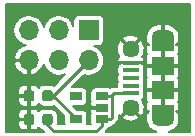
<source format=gbr>
G04 #@! TF.GenerationSoftware,KiCad,Pcbnew,(5.1.5-0-10_14)*
G04 #@! TF.CreationDate,2021-06-06T10:33:05-04:00*
G04 #@! TF.ProjectId,ESLO_USB_POWER,45534c4f-5f55-4534-925f-504f5745522e,rev?*
G04 #@! TF.SameCoordinates,Original*
G04 #@! TF.FileFunction,Copper,L1,Top*
G04 #@! TF.FilePolarity,Positive*
%FSLAX46Y46*%
G04 Gerber Fmt 4.6, Leading zero omitted, Abs format (unit mm)*
G04 Created by KiCad (PCBNEW (5.1.5-0-10_14)) date 2021-06-06 10:33:05*
%MOMM*%
%LPD*%
G04 APERTURE LIST*
%ADD10O,1.700000X1.700000*%
%ADD11R,1.700000X1.700000*%
%ADD12R,1.900000X1.200000*%
%ADD13O,1.900000X1.200000*%
%ADD14R,1.900000X1.500000*%
%ADD15C,1.450000*%
%ADD16R,1.350000X0.400000*%
%ADD17R,1.060000X0.650000*%
%ADD18C,0.100000*%
%ADD19C,0.250000*%
%ADD20C,0.200000*%
G04 APERTURE END LIST*
D10*
X111170000Y-92250000D03*
X111170000Y-89710000D03*
X113710000Y-92250000D03*
X113710000Y-89710000D03*
X116250000Y-92250000D03*
D11*
X116250000Y-89710000D03*
D12*
X122500000Y-96650000D03*
X122500000Y-90850000D03*
D13*
X122500000Y-90250000D03*
X122500000Y-97250000D03*
D14*
X122500000Y-94750000D03*
D15*
X119800000Y-91250000D03*
D16*
X119800000Y-93750000D03*
X119800000Y-93100000D03*
X119800000Y-92450000D03*
X119800000Y-95050000D03*
X119800000Y-94400000D03*
D15*
X119800000Y-96250000D03*
D14*
X122500000Y-92750000D03*
D17*
X115150000Y-97200000D03*
X115150000Y-95300000D03*
X117350000Y-95300000D03*
X117350000Y-96250000D03*
X117350000Y-97200000D03*
G04 #@! TA.AperFunction,SMDPad,CuDef*
D18*
G36*
X111415191Y-94776053D02*
G01*
X111436426Y-94779203D01*
X111457250Y-94784419D01*
X111477462Y-94791651D01*
X111496868Y-94800830D01*
X111515281Y-94811866D01*
X111532524Y-94824654D01*
X111548430Y-94839070D01*
X111562846Y-94854976D01*
X111575634Y-94872219D01*
X111586670Y-94890632D01*
X111595849Y-94910038D01*
X111603081Y-94930250D01*
X111608297Y-94951074D01*
X111611447Y-94972309D01*
X111612500Y-94993750D01*
X111612500Y-95506250D01*
X111611447Y-95527691D01*
X111608297Y-95548926D01*
X111603081Y-95569750D01*
X111595849Y-95589962D01*
X111586670Y-95609368D01*
X111575634Y-95627781D01*
X111562846Y-95645024D01*
X111548430Y-95660930D01*
X111532524Y-95675346D01*
X111515281Y-95688134D01*
X111496868Y-95699170D01*
X111477462Y-95708349D01*
X111457250Y-95715581D01*
X111436426Y-95720797D01*
X111415191Y-95723947D01*
X111393750Y-95725000D01*
X110956250Y-95725000D01*
X110934809Y-95723947D01*
X110913574Y-95720797D01*
X110892750Y-95715581D01*
X110872538Y-95708349D01*
X110853132Y-95699170D01*
X110834719Y-95688134D01*
X110817476Y-95675346D01*
X110801570Y-95660930D01*
X110787154Y-95645024D01*
X110774366Y-95627781D01*
X110763330Y-95609368D01*
X110754151Y-95589962D01*
X110746919Y-95569750D01*
X110741703Y-95548926D01*
X110738553Y-95527691D01*
X110737500Y-95506250D01*
X110737500Y-94993750D01*
X110738553Y-94972309D01*
X110741703Y-94951074D01*
X110746919Y-94930250D01*
X110754151Y-94910038D01*
X110763330Y-94890632D01*
X110774366Y-94872219D01*
X110787154Y-94854976D01*
X110801570Y-94839070D01*
X110817476Y-94824654D01*
X110834719Y-94811866D01*
X110853132Y-94800830D01*
X110872538Y-94791651D01*
X110892750Y-94784419D01*
X110913574Y-94779203D01*
X110934809Y-94776053D01*
X110956250Y-94775000D01*
X111393750Y-94775000D01*
X111415191Y-94776053D01*
G37*
G04 #@! TD.AperFunction*
G04 #@! TA.AperFunction,SMDPad,CuDef*
G36*
X112990191Y-94776053D02*
G01*
X113011426Y-94779203D01*
X113032250Y-94784419D01*
X113052462Y-94791651D01*
X113071868Y-94800830D01*
X113090281Y-94811866D01*
X113107524Y-94824654D01*
X113123430Y-94839070D01*
X113137846Y-94854976D01*
X113150634Y-94872219D01*
X113161670Y-94890632D01*
X113170849Y-94910038D01*
X113178081Y-94930250D01*
X113183297Y-94951074D01*
X113186447Y-94972309D01*
X113187500Y-94993750D01*
X113187500Y-95506250D01*
X113186447Y-95527691D01*
X113183297Y-95548926D01*
X113178081Y-95569750D01*
X113170849Y-95589962D01*
X113161670Y-95609368D01*
X113150634Y-95627781D01*
X113137846Y-95645024D01*
X113123430Y-95660930D01*
X113107524Y-95675346D01*
X113090281Y-95688134D01*
X113071868Y-95699170D01*
X113052462Y-95708349D01*
X113032250Y-95715581D01*
X113011426Y-95720797D01*
X112990191Y-95723947D01*
X112968750Y-95725000D01*
X112531250Y-95725000D01*
X112509809Y-95723947D01*
X112488574Y-95720797D01*
X112467750Y-95715581D01*
X112447538Y-95708349D01*
X112428132Y-95699170D01*
X112409719Y-95688134D01*
X112392476Y-95675346D01*
X112376570Y-95660930D01*
X112362154Y-95645024D01*
X112349366Y-95627781D01*
X112338330Y-95609368D01*
X112329151Y-95589962D01*
X112321919Y-95569750D01*
X112316703Y-95548926D01*
X112313553Y-95527691D01*
X112312500Y-95506250D01*
X112312500Y-94993750D01*
X112313553Y-94972309D01*
X112316703Y-94951074D01*
X112321919Y-94930250D01*
X112329151Y-94910038D01*
X112338330Y-94890632D01*
X112349366Y-94872219D01*
X112362154Y-94854976D01*
X112376570Y-94839070D01*
X112392476Y-94824654D01*
X112409719Y-94811866D01*
X112428132Y-94800830D01*
X112447538Y-94791651D01*
X112467750Y-94784419D01*
X112488574Y-94779203D01*
X112509809Y-94776053D01*
X112531250Y-94775000D01*
X112968750Y-94775000D01*
X112990191Y-94776053D01*
G37*
G04 #@! TD.AperFunction*
G04 #@! TA.AperFunction,SMDPad,CuDef*
G36*
X111415191Y-96776053D02*
G01*
X111436426Y-96779203D01*
X111457250Y-96784419D01*
X111477462Y-96791651D01*
X111496868Y-96800830D01*
X111515281Y-96811866D01*
X111532524Y-96824654D01*
X111548430Y-96839070D01*
X111562846Y-96854976D01*
X111575634Y-96872219D01*
X111586670Y-96890632D01*
X111595849Y-96910038D01*
X111603081Y-96930250D01*
X111608297Y-96951074D01*
X111611447Y-96972309D01*
X111612500Y-96993750D01*
X111612500Y-97506250D01*
X111611447Y-97527691D01*
X111608297Y-97548926D01*
X111603081Y-97569750D01*
X111595849Y-97589962D01*
X111586670Y-97609368D01*
X111575634Y-97627781D01*
X111562846Y-97645024D01*
X111548430Y-97660930D01*
X111532524Y-97675346D01*
X111515281Y-97688134D01*
X111496868Y-97699170D01*
X111477462Y-97708349D01*
X111457250Y-97715581D01*
X111436426Y-97720797D01*
X111415191Y-97723947D01*
X111393750Y-97725000D01*
X110956250Y-97725000D01*
X110934809Y-97723947D01*
X110913574Y-97720797D01*
X110892750Y-97715581D01*
X110872538Y-97708349D01*
X110853132Y-97699170D01*
X110834719Y-97688134D01*
X110817476Y-97675346D01*
X110801570Y-97660930D01*
X110787154Y-97645024D01*
X110774366Y-97627781D01*
X110763330Y-97609368D01*
X110754151Y-97589962D01*
X110746919Y-97569750D01*
X110741703Y-97548926D01*
X110738553Y-97527691D01*
X110737500Y-97506250D01*
X110737500Y-96993750D01*
X110738553Y-96972309D01*
X110741703Y-96951074D01*
X110746919Y-96930250D01*
X110754151Y-96910038D01*
X110763330Y-96890632D01*
X110774366Y-96872219D01*
X110787154Y-96854976D01*
X110801570Y-96839070D01*
X110817476Y-96824654D01*
X110834719Y-96811866D01*
X110853132Y-96800830D01*
X110872538Y-96791651D01*
X110892750Y-96784419D01*
X110913574Y-96779203D01*
X110934809Y-96776053D01*
X110956250Y-96775000D01*
X111393750Y-96775000D01*
X111415191Y-96776053D01*
G37*
G04 #@! TD.AperFunction*
G04 #@! TA.AperFunction,SMDPad,CuDef*
G36*
X112990191Y-96776053D02*
G01*
X113011426Y-96779203D01*
X113032250Y-96784419D01*
X113052462Y-96791651D01*
X113071868Y-96800830D01*
X113090281Y-96811866D01*
X113107524Y-96824654D01*
X113123430Y-96839070D01*
X113137846Y-96854976D01*
X113150634Y-96872219D01*
X113161670Y-96890632D01*
X113170849Y-96910038D01*
X113178081Y-96930250D01*
X113183297Y-96951074D01*
X113186447Y-96972309D01*
X113187500Y-96993750D01*
X113187500Y-97506250D01*
X113186447Y-97527691D01*
X113183297Y-97548926D01*
X113178081Y-97569750D01*
X113170849Y-97589962D01*
X113161670Y-97609368D01*
X113150634Y-97627781D01*
X113137846Y-97645024D01*
X113123430Y-97660930D01*
X113107524Y-97675346D01*
X113090281Y-97688134D01*
X113071868Y-97699170D01*
X113052462Y-97708349D01*
X113032250Y-97715581D01*
X113011426Y-97720797D01*
X112990191Y-97723947D01*
X112968750Y-97725000D01*
X112531250Y-97725000D01*
X112509809Y-97723947D01*
X112488574Y-97720797D01*
X112467750Y-97715581D01*
X112447538Y-97708349D01*
X112428132Y-97699170D01*
X112409719Y-97688134D01*
X112392476Y-97675346D01*
X112376570Y-97660930D01*
X112362154Y-97645024D01*
X112349366Y-97627781D01*
X112338330Y-97609368D01*
X112329151Y-97589962D01*
X112321919Y-97569750D01*
X112316703Y-97548926D01*
X112313553Y-97527691D01*
X112312500Y-97506250D01*
X112312500Y-96993750D01*
X112313553Y-96972309D01*
X112316703Y-96951074D01*
X112321919Y-96930250D01*
X112329151Y-96910038D01*
X112338330Y-96890632D01*
X112349366Y-96872219D01*
X112362154Y-96854976D01*
X112376570Y-96839070D01*
X112392476Y-96824654D01*
X112409719Y-96811866D01*
X112428132Y-96800830D01*
X112447538Y-96791651D01*
X112467750Y-96784419D01*
X112488574Y-96779203D01*
X112509809Y-96776053D01*
X112531250Y-96775000D01*
X112968750Y-96775000D01*
X112990191Y-96776053D01*
G37*
G04 #@! TD.AperFunction*
D19*
X118380000Y-95050000D02*
X119800000Y-95050000D01*
X118130000Y-95300000D02*
X118380000Y-95050000D01*
X117350000Y-95300000D02*
X118130000Y-95300000D01*
X112750000Y-97725000D02*
X112750000Y-97250000D01*
X113275000Y-98250000D02*
X112750000Y-97725000D01*
X116875000Y-98250000D02*
X113275000Y-98250000D01*
X117350000Y-97775000D02*
X116875000Y-98250000D01*
X117350000Y-97200000D02*
X117350000Y-97775000D01*
X118250000Y-95420000D02*
X118130000Y-95300000D01*
X118250000Y-97080000D02*
X118250000Y-95420000D01*
X118130000Y-97200000D02*
X118250000Y-97080000D01*
X117350000Y-97200000D02*
X118130000Y-97200000D01*
X113250000Y-95250000D02*
X116250000Y-92250000D01*
X112750000Y-95250000D02*
X113250000Y-95250000D01*
X113187500Y-95250000D02*
X112750000Y-95250000D01*
X113250000Y-95250000D02*
X113187500Y-95250000D01*
X115150000Y-97150000D02*
X113250000Y-95250000D01*
X115150000Y-97200000D02*
X115150000Y-97150000D01*
D20*
G36*
X124775000Y-98275000D02*
G01*
X123071094Y-98275000D01*
X123128404Y-98265193D01*
X123321109Y-98191372D01*
X123495709Y-98081375D01*
X123645495Y-97939429D01*
X123764711Y-97770988D01*
X123848775Y-97582526D01*
X123872691Y-97487913D01*
X123852760Y-97451098D01*
X123867757Y-97423041D01*
X123893489Y-97338215D01*
X123894790Y-97325002D01*
X123900000Y-97325002D01*
X123900000Y-97272105D01*
X123902177Y-97250000D01*
X123900000Y-96837500D01*
X123787500Y-96725000D01*
X123761871Y-96725000D01*
X123655707Y-96575000D01*
X123787500Y-96575000D01*
X123900000Y-96462500D01*
X123902177Y-96050000D01*
X123893489Y-95961785D01*
X123867757Y-95876959D01*
X123825971Y-95798784D01*
X123806452Y-95775000D01*
X123825971Y-95751216D01*
X123867757Y-95673041D01*
X123893489Y-95588215D01*
X123902177Y-95500000D01*
X123900000Y-94937500D01*
X123787500Y-94825000D01*
X122575000Y-94825000D01*
X122575000Y-97345000D01*
X122425000Y-97345000D01*
X122425000Y-94825000D01*
X121212500Y-94825000D01*
X121100000Y-94937500D01*
X121097823Y-95500000D01*
X121106511Y-95588215D01*
X121132243Y-95673041D01*
X121174029Y-95751216D01*
X121193548Y-95775000D01*
X121174029Y-95798784D01*
X121132243Y-95876959D01*
X121106511Y-95961785D01*
X121097823Y-96050000D01*
X121100000Y-96462500D01*
X121212500Y-96575000D01*
X121344293Y-96575000D01*
X121238129Y-96725000D01*
X121212500Y-96725000D01*
X121100000Y-96837500D01*
X121097823Y-97250000D01*
X121100000Y-97272105D01*
X121100000Y-97325002D01*
X121105210Y-97325002D01*
X121106511Y-97338215D01*
X121132243Y-97423041D01*
X121147240Y-97451098D01*
X121127309Y-97487913D01*
X121151225Y-97582526D01*
X121235289Y-97770988D01*
X121354505Y-97939429D01*
X121504291Y-98081375D01*
X121678891Y-98191372D01*
X121871596Y-98265193D01*
X121928906Y-98275000D01*
X117663173Y-98275000D01*
X117736612Y-98201561D01*
X117758554Y-98183554D01*
X117799587Y-98133554D01*
X117830408Y-98095999D01*
X117857808Y-98044737D01*
X117883801Y-97996108D01*
X117889838Y-97976208D01*
X117968215Y-97968489D01*
X118053041Y-97942757D01*
X118131216Y-97900971D01*
X118199737Y-97844737D01*
X118255971Y-97776216D01*
X118264619Y-97760037D01*
X118351108Y-97733801D01*
X118450998Y-97680408D01*
X118538554Y-97608554D01*
X118556566Y-97586606D01*
X118636608Y-97506564D01*
X118658554Y-97488554D01*
X118730408Y-97400998D01*
X118783801Y-97301108D01*
X118816680Y-97192720D01*
X118825000Y-97108246D01*
X118825000Y-97108243D01*
X118827782Y-97080000D01*
X118825467Y-97056490D01*
X119099576Y-97056490D01*
X119168088Y-97247350D01*
X119374804Y-97351466D01*
X119597859Y-97413253D01*
X119828683Y-97430337D01*
X120058404Y-97402061D01*
X120278194Y-97329512D01*
X120431912Y-97247350D01*
X120500424Y-97056490D01*
X119800000Y-96356066D01*
X119099576Y-97056490D01*
X118825467Y-97056490D01*
X118825000Y-97051757D01*
X118825000Y-96889935D01*
X118993510Y-96950424D01*
X119693934Y-96250000D01*
X119679792Y-96235858D01*
X119785858Y-96129792D01*
X119800000Y-96143934D01*
X119814143Y-96129792D01*
X119920209Y-96235858D01*
X119906066Y-96250000D01*
X120606490Y-96950424D01*
X120797350Y-96881912D01*
X120901466Y-96675196D01*
X120963253Y-96452141D01*
X120980337Y-96221317D01*
X120952061Y-95991596D01*
X120879512Y-95771806D01*
X120797350Y-95618088D01*
X120754544Y-95602722D01*
X120794737Y-95569737D01*
X120850971Y-95501216D01*
X120892757Y-95423041D01*
X120918489Y-95338215D01*
X120927177Y-95250000D01*
X120927177Y-94850000D01*
X120918489Y-94761785D01*
X120907330Y-94725000D01*
X120918489Y-94688215D01*
X120927177Y-94600000D01*
X120927177Y-94200000D01*
X120918489Y-94111785D01*
X120907330Y-94075000D01*
X120918489Y-94038215D01*
X120927177Y-93950000D01*
X120927177Y-93550000D01*
X120922253Y-93500000D01*
X121097823Y-93500000D01*
X121106511Y-93588215D01*
X121132243Y-93673041D01*
X121173379Y-93750000D01*
X121132243Y-93826959D01*
X121106511Y-93911785D01*
X121097823Y-94000000D01*
X121100000Y-94562500D01*
X121212500Y-94675000D01*
X122425000Y-94675000D01*
X122425000Y-92825000D01*
X122575000Y-92825000D01*
X122575000Y-94675000D01*
X123787500Y-94675000D01*
X123900000Y-94562500D01*
X123902177Y-94000000D01*
X123893489Y-93911785D01*
X123867757Y-93826959D01*
X123826621Y-93750000D01*
X123867757Y-93673041D01*
X123893489Y-93588215D01*
X123902177Y-93500000D01*
X123900000Y-92937500D01*
X123787500Y-92825000D01*
X122575000Y-92825000D01*
X122425000Y-92825000D01*
X121212500Y-92825000D01*
X121100000Y-92937500D01*
X121097823Y-93500000D01*
X120922253Y-93500000D01*
X120918489Y-93461785D01*
X120907330Y-93425000D01*
X120918489Y-93388215D01*
X120927177Y-93300000D01*
X120927177Y-92900000D01*
X120918489Y-92811785D01*
X120907330Y-92775000D01*
X120918489Y-92738215D01*
X120927177Y-92650000D01*
X120925000Y-92637500D01*
X120812500Y-92525000D01*
X120727399Y-92525000D01*
X120726216Y-92524029D01*
X120648041Y-92482243D01*
X120563215Y-92456511D01*
X120475000Y-92447823D01*
X119125000Y-92447823D01*
X119036785Y-92456511D01*
X118951959Y-92482243D01*
X118873784Y-92524029D01*
X118872601Y-92525000D01*
X118787500Y-92525000D01*
X118675000Y-92637500D01*
X118672823Y-92650000D01*
X118681511Y-92738215D01*
X118692670Y-92775000D01*
X118681511Y-92811785D01*
X118672823Y-92900000D01*
X118672823Y-93300000D01*
X118681511Y-93388215D01*
X118692670Y-93425000D01*
X118681511Y-93461785D01*
X118672823Y-93550000D01*
X118672823Y-93950000D01*
X118681511Y-94038215D01*
X118692670Y-94075000D01*
X118681511Y-94111785D01*
X118672823Y-94200000D01*
X118672823Y-94475000D01*
X118408242Y-94475000D01*
X118379999Y-94472218D01*
X118351756Y-94475000D01*
X118351754Y-94475000D01*
X118267280Y-94483320D01*
X118158892Y-94516199D01*
X118067573Y-94565011D01*
X118053041Y-94557243D01*
X117968215Y-94531511D01*
X117880000Y-94522823D01*
X116820000Y-94522823D01*
X116731785Y-94531511D01*
X116646959Y-94557243D01*
X116568784Y-94599029D01*
X116500263Y-94655263D01*
X116444029Y-94723784D01*
X116402243Y-94801959D01*
X116376511Y-94886785D01*
X116367823Y-94975000D01*
X116367823Y-95625000D01*
X116376511Y-95713215D01*
X116395254Y-95775000D01*
X116376511Y-95836785D01*
X116367823Y-95925000D01*
X116370000Y-96062500D01*
X116482500Y-96175000D01*
X117275000Y-96175000D01*
X117275000Y-96155000D01*
X117425000Y-96155000D01*
X117425000Y-96175000D01*
X117445000Y-96175000D01*
X117445000Y-96325000D01*
X117425000Y-96325000D01*
X117425000Y-96345000D01*
X117275000Y-96345000D01*
X117275000Y-96325000D01*
X116482500Y-96325000D01*
X116370000Y-96437500D01*
X116367823Y-96575000D01*
X116376511Y-96663215D01*
X116395254Y-96725000D01*
X116376511Y-96786785D01*
X116367823Y-96875000D01*
X116367823Y-97525000D01*
X116376511Y-97613215D01*
X116395254Y-97675000D01*
X116104746Y-97675000D01*
X116123489Y-97613215D01*
X116132177Y-97525000D01*
X116132177Y-96875000D01*
X116123489Y-96786785D01*
X116097757Y-96701959D01*
X116055971Y-96623784D01*
X115999737Y-96555263D01*
X115931216Y-96499029D01*
X115853041Y-96457243D01*
X115768215Y-96431511D01*
X115680000Y-96422823D01*
X115235996Y-96422823D01*
X114890350Y-96077177D01*
X115680000Y-96077177D01*
X115768215Y-96068489D01*
X115853041Y-96042757D01*
X115931216Y-96000971D01*
X115999737Y-95944737D01*
X116055971Y-95876216D01*
X116097757Y-95798041D01*
X116123489Y-95713215D01*
X116132177Y-95625000D01*
X116132177Y-94975000D01*
X116123489Y-94886785D01*
X116097757Y-94801959D01*
X116055971Y-94723784D01*
X115999737Y-94655263D01*
X115931216Y-94599029D01*
X115853041Y-94557243D01*
X115768215Y-94531511D01*
X115680000Y-94522823D01*
X114790349Y-94522823D01*
X115830023Y-93483150D01*
X115870804Y-93500042D01*
X116121961Y-93550000D01*
X116378039Y-93550000D01*
X116629196Y-93500042D01*
X116865781Y-93402045D01*
X117078702Y-93259776D01*
X117259776Y-93078702D01*
X117402045Y-92865781D01*
X117500042Y-92629196D01*
X117550000Y-92378039D01*
X117550000Y-92121961D01*
X117500042Y-91870804D01*
X117402045Y-91634219D01*
X117259776Y-91421298D01*
X117117161Y-91278683D01*
X118619663Y-91278683D01*
X118647939Y-91508404D01*
X118720488Y-91728194D01*
X118802650Y-91881912D01*
X118845456Y-91897278D01*
X118805263Y-91930263D01*
X118749029Y-91998784D01*
X118707243Y-92076959D01*
X118681511Y-92161785D01*
X118672823Y-92250000D01*
X118675000Y-92262500D01*
X118787500Y-92375000D01*
X119459763Y-92375000D01*
X119597859Y-92413253D01*
X119828683Y-92430337D01*
X120058404Y-92402061D01*
X120140386Y-92375000D01*
X120812500Y-92375000D01*
X120925000Y-92262500D01*
X120927177Y-92250000D01*
X120918489Y-92161785D01*
X120892757Y-92076959D01*
X120850971Y-91998784D01*
X120794737Y-91930263D01*
X120754544Y-91897278D01*
X120797350Y-91881912D01*
X120901466Y-91675196D01*
X120963253Y-91452141D01*
X120980337Y-91221317D01*
X120952061Y-90991596D01*
X120879512Y-90771806D01*
X120797350Y-90618088D01*
X120606490Y-90549576D01*
X119906066Y-91250000D01*
X119920209Y-91264143D01*
X119814143Y-91370209D01*
X119800000Y-91356066D01*
X119785858Y-91370209D01*
X119679792Y-91264143D01*
X119693934Y-91250000D01*
X118993510Y-90549576D01*
X118802650Y-90618088D01*
X118698534Y-90824804D01*
X118636747Y-91047859D01*
X118619663Y-91278683D01*
X117117161Y-91278683D01*
X117078702Y-91240224D01*
X116865781Y-91097955D01*
X116658695Y-91012177D01*
X117100000Y-91012177D01*
X117188215Y-91003489D01*
X117273041Y-90977757D01*
X117351216Y-90935971D01*
X117419737Y-90879737D01*
X117475971Y-90811216D01*
X117517757Y-90733041D01*
X117543489Y-90648215D01*
X117552177Y-90560000D01*
X117552177Y-90443510D01*
X119099576Y-90443510D01*
X119800000Y-91143934D01*
X120500424Y-90443510D01*
X120431912Y-90252650D01*
X120426651Y-90250000D01*
X121097823Y-90250000D01*
X121100000Y-90662500D01*
X121212500Y-90775000D01*
X121238129Y-90775000D01*
X121344293Y-90925000D01*
X121212500Y-90925000D01*
X121100000Y-91037500D01*
X121097823Y-91450000D01*
X121106511Y-91538215D01*
X121132243Y-91623041D01*
X121174029Y-91701216D01*
X121193548Y-91725000D01*
X121174029Y-91748784D01*
X121132243Y-91826959D01*
X121106511Y-91911785D01*
X121097823Y-92000000D01*
X121100000Y-92562500D01*
X121212500Y-92675000D01*
X122425000Y-92675000D01*
X122425000Y-89200000D01*
X122575000Y-89200000D01*
X122575000Y-92675000D01*
X123787500Y-92675000D01*
X123900000Y-92562500D01*
X123902177Y-92000000D01*
X123893489Y-91911785D01*
X123867757Y-91826959D01*
X123825971Y-91748784D01*
X123806452Y-91725000D01*
X123825971Y-91701216D01*
X123867757Y-91623041D01*
X123893489Y-91538215D01*
X123902177Y-91450000D01*
X123900000Y-91037500D01*
X123787500Y-90925000D01*
X123655707Y-90925000D01*
X123761871Y-90775000D01*
X123787500Y-90775000D01*
X123900000Y-90662500D01*
X123902177Y-90250000D01*
X123900000Y-90227895D01*
X123900000Y-90174998D01*
X123894790Y-90174998D01*
X123893489Y-90161785D01*
X123867757Y-90076959D01*
X123852760Y-90048902D01*
X123872691Y-90012087D01*
X123848775Y-89917474D01*
X123764711Y-89729012D01*
X123645495Y-89560571D01*
X123495709Y-89418625D01*
X123321109Y-89308628D01*
X123128404Y-89234807D01*
X122925000Y-89200000D01*
X122575000Y-89200000D01*
X122425000Y-89200000D01*
X122075000Y-89200000D01*
X121871596Y-89234807D01*
X121678891Y-89308628D01*
X121504291Y-89418625D01*
X121354505Y-89560571D01*
X121235289Y-89729012D01*
X121151225Y-89917474D01*
X121127309Y-90012087D01*
X121147240Y-90048902D01*
X121132243Y-90076959D01*
X121106511Y-90161785D01*
X121105210Y-90174998D01*
X121100000Y-90174998D01*
X121100000Y-90227895D01*
X121097823Y-90250000D01*
X120426651Y-90250000D01*
X120225196Y-90148534D01*
X120002141Y-90086747D01*
X119771317Y-90069663D01*
X119541596Y-90097939D01*
X119321806Y-90170488D01*
X119168088Y-90252650D01*
X119099576Y-90443510D01*
X117552177Y-90443510D01*
X117552177Y-88860000D01*
X117543489Y-88771785D01*
X117517757Y-88686959D01*
X117475971Y-88608784D01*
X117419737Y-88540263D01*
X117351216Y-88484029D01*
X117273041Y-88442243D01*
X117188215Y-88416511D01*
X117100000Y-88407823D01*
X115400000Y-88407823D01*
X115311785Y-88416511D01*
X115226959Y-88442243D01*
X115148784Y-88484029D01*
X115080263Y-88540263D01*
X115024029Y-88608784D01*
X114982243Y-88686959D01*
X114956511Y-88771785D01*
X114947823Y-88860000D01*
X114947823Y-89301305D01*
X114862045Y-89094219D01*
X114719776Y-88881298D01*
X114538702Y-88700224D01*
X114325781Y-88557955D01*
X114089196Y-88459958D01*
X113838039Y-88410000D01*
X113581961Y-88410000D01*
X113330804Y-88459958D01*
X113094219Y-88557955D01*
X112881298Y-88700224D01*
X112700224Y-88881298D01*
X112557955Y-89094219D01*
X112459958Y-89330804D01*
X112440000Y-89431140D01*
X112420042Y-89330804D01*
X112322045Y-89094219D01*
X112179776Y-88881298D01*
X111998702Y-88700224D01*
X111785781Y-88557955D01*
X111549196Y-88459958D01*
X111298039Y-88410000D01*
X111041961Y-88410000D01*
X110790804Y-88459958D01*
X110554219Y-88557955D01*
X110341298Y-88700224D01*
X110160224Y-88881298D01*
X110017955Y-89094219D01*
X109919958Y-89330804D01*
X109870000Y-89581961D01*
X109870000Y-89838039D01*
X109919958Y-90089196D01*
X110017955Y-90325781D01*
X110160224Y-90538702D01*
X110341298Y-90719776D01*
X110554219Y-90862045D01*
X110790804Y-90960042D01*
X110891954Y-90980162D01*
X110694758Y-91039979D01*
X110467826Y-91155944D01*
X110267878Y-91313953D01*
X110102598Y-91507934D01*
X109978338Y-91730432D01*
X109899873Y-91972897D01*
X109984662Y-92175000D01*
X111095000Y-92175000D01*
X111095000Y-92155000D01*
X111245000Y-92155000D01*
X111245000Y-92175000D01*
X111265000Y-92175000D01*
X111265000Y-92325000D01*
X111245000Y-92325000D01*
X111245000Y-93435129D01*
X111447103Y-93520124D01*
X111645242Y-93460021D01*
X111872174Y-93344056D01*
X112072122Y-93186047D01*
X112237402Y-92992066D01*
X112361662Y-92769568D01*
X112439832Y-92528015D01*
X112459958Y-92629196D01*
X112557955Y-92865781D01*
X112700224Y-93078702D01*
X112881298Y-93259776D01*
X113094219Y-93402045D01*
X113330804Y-93500042D01*
X113581961Y-93550000D01*
X113838039Y-93550000D01*
X114089196Y-93500042D01*
X114255792Y-93431035D01*
X113282479Y-94404349D01*
X113225503Y-94373894D01*
X113099641Y-94335715D01*
X112968750Y-94322823D01*
X112531250Y-94322823D01*
X112400359Y-94335715D01*
X112274497Y-94373894D01*
X112158503Y-94435895D01*
X112056833Y-94519333D01*
X112013994Y-94571533D01*
X111988471Y-94523784D01*
X111932237Y-94455263D01*
X111863716Y-94399029D01*
X111785541Y-94357243D01*
X111700715Y-94331511D01*
X111612500Y-94322823D01*
X111362500Y-94325000D01*
X111250000Y-94437500D01*
X111250000Y-95175000D01*
X111270000Y-95175000D01*
X111270000Y-95325000D01*
X111250000Y-95325000D01*
X111250000Y-96062500D01*
X111362500Y-96175000D01*
X111612500Y-96177177D01*
X111700715Y-96168489D01*
X111785541Y-96142757D01*
X111863716Y-96100971D01*
X111932237Y-96044737D01*
X111988471Y-95976216D01*
X112013994Y-95928467D01*
X112056833Y-95980667D01*
X112158503Y-96064105D01*
X112274497Y-96126106D01*
X112400359Y-96164285D01*
X112531250Y-96177177D01*
X112968750Y-96177177D01*
X113099641Y-96164285D01*
X113225503Y-96126106D01*
X113282479Y-96095651D01*
X114167823Y-96980996D01*
X114167823Y-97525000D01*
X114176511Y-97613215D01*
X114195254Y-97675000D01*
X113615301Y-97675000D01*
X113626785Y-97637141D01*
X113639677Y-97506250D01*
X113639677Y-96993750D01*
X113626785Y-96862859D01*
X113588606Y-96736997D01*
X113526605Y-96621003D01*
X113443167Y-96519333D01*
X113341497Y-96435895D01*
X113225503Y-96373894D01*
X113099641Y-96335715D01*
X112968750Y-96322823D01*
X112531250Y-96322823D01*
X112400359Y-96335715D01*
X112274497Y-96373894D01*
X112158503Y-96435895D01*
X112056833Y-96519333D01*
X112013994Y-96571533D01*
X111988471Y-96523784D01*
X111932237Y-96455263D01*
X111863716Y-96399029D01*
X111785541Y-96357243D01*
X111700715Y-96331511D01*
X111612500Y-96322823D01*
X111362500Y-96325000D01*
X111250000Y-96437500D01*
X111250000Y-97175000D01*
X111270000Y-97175000D01*
X111270000Y-97325000D01*
X111250000Y-97325000D01*
X111250000Y-98062500D01*
X111362500Y-98175000D01*
X111612500Y-98177177D01*
X111700715Y-98168489D01*
X111785541Y-98142757D01*
X111863716Y-98100971D01*
X111932237Y-98044737D01*
X111988471Y-97976216D01*
X112013994Y-97928467D01*
X112056833Y-97980667D01*
X112158503Y-98064105D01*
X112274497Y-98126106D01*
X112365556Y-98153728D01*
X112486828Y-98275000D01*
X109225000Y-98275000D01*
X109225000Y-97725000D01*
X110285323Y-97725000D01*
X110294011Y-97813215D01*
X110319743Y-97898041D01*
X110361529Y-97976216D01*
X110417763Y-98044737D01*
X110486284Y-98100971D01*
X110564459Y-98142757D01*
X110649285Y-98168489D01*
X110737500Y-98177177D01*
X110987500Y-98175000D01*
X111100000Y-98062500D01*
X111100000Y-97325000D01*
X110400000Y-97325000D01*
X110287500Y-97437500D01*
X110285323Y-97725000D01*
X109225000Y-97725000D01*
X109225000Y-96775000D01*
X110285323Y-96775000D01*
X110287500Y-97062500D01*
X110400000Y-97175000D01*
X111100000Y-97175000D01*
X111100000Y-96437500D01*
X110987500Y-96325000D01*
X110737500Y-96322823D01*
X110649285Y-96331511D01*
X110564459Y-96357243D01*
X110486284Y-96399029D01*
X110417763Y-96455263D01*
X110361529Y-96523784D01*
X110319743Y-96601959D01*
X110294011Y-96686785D01*
X110285323Y-96775000D01*
X109225000Y-96775000D01*
X109225000Y-95725000D01*
X110285323Y-95725000D01*
X110294011Y-95813215D01*
X110319743Y-95898041D01*
X110361529Y-95976216D01*
X110417763Y-96044737D01*
X110486284Y-96100971D01*
X110564459Y-96142757D01*
X110649285Y-96168489D01*
X110737500Y-96177177D01*
X110987500Y-96175000D01*
X111100000Y-96062500D01*
X111100000Y-95325000D01*
X110400000Y-95325000D01*
X110287500Y-95437500D01*
X110285323Y-95725000D01*
X109225000Y-95725000D01*
X109225000Y-94775000D01*
X110285323Y-94775000D01*
X110287500Y-95062500D01*
X110400000Y-95175000D01*
X111100000Y-95175000D01*
X111100000Y-94437500D01*
X110987500Y-94325000D01*
X110737500Y-94322823D01*
X110649285Y-94331511D01*
X110564459Y-94357243D01*
X110486284Y-94399029D01*
X110417763Y-94455263D01*
X110361529Y-94523784D01*
X110319743Y-94601959D01*
X110294011Y-94686785D01*
X110285323Y-94775000D01*
X109225000Y-94775000D01*
X109225000Y-92527103D01*
X109899873Y-92527103D01*
X109978338Y-92769568D01*
X110102598Y-92992066D01*
X110267878Y-93186047D01*
X110467826Y-93344056D01*
X110694758Y-93460021D01*
X110892897Y-93520124D01*
X111095000Y-93435129D01*
X111095000Y-92325000D01*
X109984662Y-92325000D01*
X109899873Y-92527103D01*
X109225000Y-92527103D01*
X109225000Y-87475000D01*
X124775001Y-87475000D01*
X124775000Y-98275000D01*
G37*
X124775000Y-98275000D02*
X123071094Y-98275000D01*
X123128404Y-98265193D01*
X123321109Y-98191372D01*
X123495709Y-98081375D01*
X123645495Y-97939429D01*
X123764711Y-97770988D01*
X123848775Y-97582526D01*
X123872691Y-97487913D01*
X123852760Y-97451098D01*
X123867757Y-97423041D01*
X123893489Y-97338215D01*
X123894790Y-97325002D01*
X123900000Y-97325002D01*
X123900000Y-97272105D01*
X123902177Y-97250000D01*
X123900000Y-96837500D01*
X123787500Y-96725000D01*
X123761871Y-96725000D01*
X123655707Y-96575000D01*
X123787500Y-96575000D01*
X123900000Y-96462500D01*
X123902177Y-96050000D01*
X123893489Y-95961785D01*
X123867757Y-95876959D01*
X123825971Y-95798784D01*
X123806452Y-95775000D01*
X123825971Y-95751216D01*
X123867757Y-95673041D01*
X123893489Y-95588215D01*
X123902177Y-95500000D01*
X123900000Y-94937500D01*
X123787500Y-94825000D01*
X122575000Y-94825000D01*
X122575000Y-97345000D01*
X122425000Y-97345000D01*
X122425000Y-94825000D01*
X121212500Y-94825000D01*
X121100000Y-94937500D01*
X121097823Y-95500000D01*
X121106511Y-95588215D01*
X121132243Y-95673041D01*
X121174029Y-95751216D01*
X121193548Y-95775000D01*
X121174029Y-95798784D01*
X121132243Y-95876959D01*
X121106511Y-95961785D01*
X121097823Y-96050000D01*
X121100000Y-96462500D01*
X121212500Y-96575000D01*
X121344293Y-96575000D01*
X121238129Y-96725000D01*
X121212500Y-96725000D01*
X121100000Y-96837500D01*
X121097823Y-97250000D01*
X121100000Y-97272105D01*
X121100000Y-97325002D01*
X121105210Y-97325002D01*
X121106511Y-97338215D01*
X121132243Y-97423041D01*
X121147240Y-97451098D01*
X121127309Y-97487913D01*
X121151225Y-97582526D01*
X121235289Y-97770988D01*
X121354505Y-97939429D01*
X121504291Y-98081375D01*
X121678891Y-98191372D01*
X121871596Y-98265193D01*
X121928906Y-98275000D01*
X117663173Y-98275000D01*
X117736612Y-98201561D01*
X117758554Y-98183554D01*
X117799587Y-98133554D01*
X117830408Y-98095999D01*
X117857808Y-98044737D01*
X117883801Y-97996108D01*
X117889838Y-97976208D01*
X117968215Y-97968489D01*
X118053041Y-97942757D01*
X118131216Y-97900971D01*
X118199737Y-97844737D01*
X118255971Y-97776216D01*
X118264619Y-97760037D01*
X118351108Y-97733801D01*
X118450998Y-97680408D01*
X118538554Y-97608554D01*
X118556566Y-97586606D01*
X118636608Y-97506564D01*
X118658554Y-97488554D01*
X118730408Y-97400998D01*
X118783801Y-97301108D01*
X118816680Y-97192720D01*
X118825000Y-97108246D01*
X118825000Y-97108243D01*
X118827782Y-97080000D01*
X118825467Y-97056490D01*
X119099576Y-97056490D01*
X119168088Y-97247350D01*
X119374804Y-97351466D01*
X119597859Y-97413253D01*
X119828683Y-97430337D01*
X120058404Y-97402061D01*
X120278194Y-97329512D01*
X120431912Y-97247350D01*
X120500424Y-97056490D01*
X119800000Y-96356066D01*
X119099576Y-97056490D01*
X118825467Y-97056490D01*
X118825000Y-97051757D01*
X118825000Y-96889935D01*
X118993510Y-96950424D01*
X119693934Y-96250000D01*
X119679792Y-96235858D01*
X119785858Y-96129792D01*
X119800000Y-96143934D01*
X119814143Y-96129792D01*
X119920209Y-96235858D01*
X119906066Y-96250000D01*
X120606490Y-96950424D01*
X120797350Y-96881912D01*
X120901466Y-96675196D01*
X120963253Y-96452141D01*
X120980337Y-96221317D01*
X120952061Y-95991596D01*
X120879512Y-95771806D01*
X120797350Y-95618088D01*
X120754544Y-95602722D01*
X120794737Y-95569737D01*
X120850971Y-95501216D01*
X120892757Y-95423041D01*
X120918489Y-95338215D01*
X120927177Y-95250000D01*
X120927177Y-94850000D01*
X120918489Y-94761785D01*
X120907330Y-94725000D01*
X120918489Y-94688215D01*
X120927177Y-94600000D01*
X120927177Y-94200000D01*
X120918489Y-94111785D01*
X120907330Y-94075000D01*
X120918489Y-94038215D01*
X120927177Y-93950000D01*
X120927177Y-93550000D01*
X120922253Y-93500000D01*
X121097823Y-93500000D01*
X121106511Y-93588215D01*
X121132243Y-93673041D01*
X121173379Y-93750000D01*
X121132243Y-93826959D01*
X121106511Y-93911785D01*
X121097823Y-94000000D01*
X121100000Y-94562500D01*
X121212500Y-94675000D01*
X122425000Y-94675000D01*
X122425000Y-92825000D01*
X122575000Y-92825000D01*
X122575000Y-94675000D01*
X123787500Y-94675000D01*
X123900000Y-94562500D01*
X123902177Y-94000000D01*
X123893489Y-93911785D01*
X123867757Y-93826959D01*
X123826621Y-93750000D01*
X123867757Y-93673041D01*
X123893489Y-93588215D01*
X123902177Y-93500000D01*
X123900000Y-92937500D01*
X123787500Y-92825000D01*
X122575000Y-92825000D01*
X122425000Y-92825000D01*
X121212500Y-92825000D01*
X121100000Y-92937500D01*
X121097823Y-93500000D01*
X120922253Y-93500000D01*
X120918489Y-93461785D01*
X120907330Y-93425000D01*
X120918489Y-93388215D01*
X120927177Y-93300000D01*
X120927177Y-92900000D01*
X120918489Y-92811785D01*
X120907330Y-92775000D01*
X120918489Y-92738215D01*
X120927177Y-92650000D01*
X120925000Y-92637500D01*
X120812500Y-92525000D01*
X120727399Y-92525000D01*
X120726216Y-92524029D01*
X120648041Y-92482243D01*
X120563215Y-92456511D01*
X120475000Y-92447823D01*
X119125000Y-92447823D01*
X119036785Y-92456511D01*
X118951959Y-92482243D01*
X118873784Y-92524029D01*
X118872601Y-92525000D01*
X118787500Y-92525000D01*
X118675000Y-92637500D01*
X118672823Y-92650000D01*
X118681511Y-92738215D01*
X118692670Y-92775000D01*
X118681511Y-92811785D01*
X118672823Y-92900000D01*
X118672823Y-93300000D01*
X118681511Y-93388215D01*
X118692670Y-93425000D01*
X118681511Y-93461785D01*
X118672823Y-93550000D01*
X118672823Y-93950000D01*
X118681511Y-94038215D01*
X118692670Y-94075000D01*
X118681511Y-94111785D01*
X118672823Y-94200000D01*
X118672823Y-94475000D01*
X118408242Y-94475000D01*
X118379999Y-94472218D01*
X118351756Y-94475000D01*
X118351754Y-94475000D01*
X118267280Y-94483320D01*
X118158892Y-94516199D01*
X118067573Y-94565011D01*
X118053041Y-94557243D01*
X117968215Y-94531511D01*
X117880000Y-94522823D01*
X116820000Y-94522823D01*
X116731785Y-94531511D01*
X116646959Y-94557243D01*
X116568784Y-94599029D01*
X116500263Y-94655263D01*
X116444029Y-94723784D01*
X116402243Y-94801959D01*
X116376511Y-94886785D01*
X116367823Y-94975000D01*
X116367823Y-95625000D01*
X116376511Y-95713215D01*
X116395254Y-95775000D01*
X116376511Y-95836785D01*
X116367823Y-95925000D01*
X116370000Y-96062500D01*
X116482500Y-96175000D01*
X117275000Y-96175000D01*
X117275000Y-96155000D01*
X117425000Y-96155000D01*
X117425000Y-96175000D01*
X117445000Y-96175000D01*
X117445000Y-96325000D01*
X117425000Y-96325000D01*
X117425000Y-96345000D01*
X117275000Y-96345000D01*
X117275000Y-96325000D01*
X116482500Y-96325000D01*
X116370000Y-96437500D01*
X116367823Y-96575000D01*
X116376511Y-96663215D01*
X116395254Y-96725000D01*
X116376511Y-96786785D01*
X116367823Y-96875000D01*
X116367823Y-97525000D01*
X116376511Y-97613215D01*
X116395254Y-97675000D01*
X116104746Y-97675000D01*
X116123489Y-97613215D01*
X116132177Y-97525000D01*
X116132177Y-96875000D01*
X116123489Y-96786785D01*
X116097757Y-96701959D01*
X116055971Y-96623784D01*
X115999737Y-96555263D01*
X115931216Y-96499029D01*
X115853041Y-96457243D01*
X115768215Y-96431511D01*
X115680000Y-96422823D01*
X115235996Y-96422823D01*
X114890350Y-96077177D01*
X115680000Y-96077177D01*
X115768215Y-96068489D01*
X115853041Y-96042757D01*
X115931216Y-96000971D01*
X115999737Y-95944737D01*
X116055971Y-95876216D01*
X116097757Y-95798041D01*
X116123489Y-95713215D01*
X116132177Y-95625000D01*
X116132177Y-94975000D01*
X116123489Y-94886785D01*
X116097757Y-94801959D01*
X116055971Y-94723784D01*
X115999737Y-94655263D01*
X115931216Y-94599029D01*
X115853041Y-94557243D01*
X115768215Y-94531511D01*
X115680000Y-94522823D01*
X114790349Y-94522823D01*
X115830023Y-93483150D01*
X115870804Y-93500042D01*
X116121961Y-93550000D01*
X116378039Y-93550000D01*
X116629196Y-93500042D01*
X116865781Y-93402045D01*
X117078702Y-93259776D01*
X117259776Y-93078702D01*
X117402045Y-92865781D01*
X117500042Y-92629196D01*
X117550000Y-92378039D01*
X117550000Y-92121961D01*
X117500042Y-91870804D01*
X117402045Y-91634219D01*
X117259776Y-91421298D01*
X117117161Y-91278683D01*
X118619663Y-91278683D01*
X118647939Y-91508404D01*
X118720488Y-91728194D01*
X118802650Y-91881912D01*
X118845456Y-91897278D01*
X118805263Y-91930263D01*
X118749029Y-91998784D01*
X118707243Y-92076959D01*
X118681511Y-92161785D01*
X118672823Y-92250000D01*
X118675000Y-92262500D01*
X118787500Y-92375000D01*
X119459763Y-92375000D01*
X119597859Y-92413253D01*
X119828683Y-92430337D01*
X120058404Y-92402061D01*
X120140386Y-92375000D01*
X120812500Y-92375000D01*
X120925000Y-92262500D01*
X120927177Y-92250000D01*
X120918489Y-92161785D01*
X120892757Y-92076959D01*
X120850971Y-91998784D01*
X120794737Y-91930263D01*
X120754544Y-91897278D01*
X120797350Y-91881912D01*
X120901466Y-91675196D01*
X120963253Y-91452141D01*
X120980337Y-91221317D01*
X120952061Y-90991596D01*
X120879512Y-90771806D01*
X120797350Y-90618088D01*
X120606490Y-90549576D01*
X119906066Y-91250000D01*
X119920209Y-91264143D01*
X119814143Y-91370209D01*
X119800000Y-91356066D01*
X119785858Y-91370209D01*
X119679792Y-91264143D01*
X119693934Y-91250000D01*
X118993510Y-90549576D01*
X118802650Y-90618088D01*
X118698534Y-90824804D01*
X118636747Y-91047859D01*
X118619663Y-91278683D01*
X117117161Y-91278683D01*
X117078702Y-91240224D01*
X116865781Y-91097955D01*
X116658695Y-91012177D01*
X117100000Y-91012177D01*
X117188215Y-91003489D01*
X117273041Y-90977757D01*
X117351216Y-90935971D01*
X117419737Y-90879737D01*
X117475971Y-90811216D01*
X117517757Y-90733041D01*
X117543489Y-90648215D01*
X117552177Y-90560000D01*
X117552177Y-90443510D01*
X119099576Y-90443510D01*
X119800000Y-91143934D01*
X120500424Y-90443510D01*
X120431912Y-90252650D01*
X120426651Y-90250000D01*
X121097823Y-90250000D01*
X121100000Y-90662500D01*
X121212500Y-90775000D01*
X121238129Y-90775000D01*
X121344293Y-90925000D01*
X121212500Y-90925000D01*
X121100000Y-91037500D01*
X121097823Y-91450000D01*
X121106511Y-91538215D01*
X121132243Y-91623041D01*
X121174029Y-91701216D01*
X121193548Y-91725000D01*
X121174029Y-91748784D01*
X121132243Y-91826959D01*
X121106511Y-91911785D01*
X121097823Y-92000000D01*
X121100000Y-92562500D01*
X121212500Y-92675000D01*
X122425000Y-92675000D01*
X122425000Y-89200000D01*
X122575000Y-89200000D01*
X122575000Y-92675000D01*
X123787500Y-92675000D01*
X123900000Y-92562500D01*
X123902177Y-92000000D01*
X123893489Y-91911785D01*
X123867757Y-91826959D01*
X123825971Y-91748784D01*
X123806452Y-91725000D01*
X123825971Y-91701216D01*
X123867757Y-91623041D01*
X123893489Y-91538215D01*
X123902177Y-91450000D01*
X123900000Y-91037500D01*
X123787500Y-90925000D01*
X123655707Y-90925000D01*
X123761871Y-90775000D01*
X123787500Y-90775000D01*
X123900000Y-90662500D01*
X123902177Y-90250000D01*
X123900000Y-90227895D01*
X123900000Y-90174998D01*
X123894790Y-90174998D01*
X123893489Y-90161785D01*
X123867757Y-90076959D01*
X123852760Y-90048902D01*
X123872691Y-90012087D01*
X123848775Y-89917474D01*
X123764711Y-89729012D01*
X123645495Y-89560571D01*
X123495709Y-89418625D01*
X123321109Y-89308628D01*
X123128404Y-89234807D01*
X122925000Y-89200000D01*
X122575000Y-89200000D01*
X122425000Y-89200000D01*
X122075000Y-89200000D01*
X121871596Y-89234807D01*
X121678891Y-89308628D01*
X121504291Y-89418625D01*
X121354505Y-89560571D01*
X121235289Y-89729012D01*
X121151225Y-89917474D01*
X121127309Y-90012087D01*
X121147240Y-90048902D01*
X121132243Y-90076959D01*
X121106511Y-90161785D01*
X121105210Y-90174998D01*
X121100000Y-90174998D01*
X121100000Y-90227895D01*
X121097823Y-90250000D01*
X120426651Y-90250000D01*
X120225196Y-90148534D01*
X120002141Y-90086747D01*
X119771317Y-90069663D01*
X119541596Y-90097939D01*
X119321806Y-90170488D01*
X119168088Y-90252650D01*
X119099576Y-90443510D01*
X117552177Y-90443510D01*
X117552177Y-88860000D01*
X117543489Y-88771785D01*
X117517757Y-88686959D01*
X117475971Y-88608784D01*
X117419737Y-88540263D01*
X117351216Y-88484029D01*
X117273041Y-88442243D01*
X117188215Y-88416511D01*
X117100000Y-88407823D01*
X115400000Y-88407823D01*
X115311785Y-88416511D01*
X115226959Y-88442243D01*
X115148784Y-88484029D01*
X115080263Y-88540263D01*
X115024029Y-88608784D01*
X114982243Y-88686959D01*
X114956511Y-88771785D01*
X114947823Y-88860000D01*
X114947823Y-89301305D01*
X114862045Y-89094219D01*
X114719776Y-88881298D01*
X114538702Y-88700224D01*
X114325781Y-88557955D01*
X114089196Y-88459958D01*
X113838039Y-88410000D01*
X113581961Y-88410000D01*
X113330804Y-88459958D01*
X113094219Y-88557955D01*
X112881298Y-88700224D01*
X112700224Y-88881298D01*
X112557955Y-89094219D01*
X112459958Y-89330804D01*
X112440000Y-89431140D01*
X112420042Y-89330804D01*
X112322045Y-89094219D01*
X112179776Y-88881298D01*
X111998702Y-88700224D01*
X111785781Y-88557955D01*
X111549196Y-88459958D01*
X111298039Y-88410000D01*
X111041961Y-88410000D01*
X110790804Y-88459958D01*
X110554219Y-88557955D01*
X110341298Y-88700224D01*
X110160224Y-88881298D01*
X110017955Y-89094219D01*
X109919958Y-89330804D01*
X109870000Y-89581961D01*
X109870000Y-89838039D01*
X109919958Y-90089196D01*
X110017955Y-90325781D01*
X110160224Y-90538702D01*
X110341298Y-90719776D01*
X110554219Y-90862045D01*
X110790804Y-90960042D01*
X110891954Y-90980162D01*
X110694758Y-91039979D01*
X110467826Y-91155944D01*
X110267878Y-91313953D01*
X110102598Y-91507934D01*
X109978338Y-91730432D01*
X109899873Y-91972897D01*
X109984662Y-92175000D01*
X111095000Y-92175000D01*
X111095000Y-92155000D01*
X111245000Y-92155000D01*
X111245000Y-92175000D01*
X111265000Y-92175000D01*
X111265000Y-92325000D01*
X111245000Y-92325000D01*
X111245000Y-93435129D01*
X111447103Y-93520124D01*
X111645242Y-93460021D01*
X111872174Y-93344056D01*
X112072122Y-93186047D01*
X112237402Y-92992066D01*
X112361662Y-92769568D01*
X112439832Y-92528015D01*
X112459958Y-92629196D01*
X112557955Y-92865781D01*
X112700224Y-93078702D01*
X112881298Y-93259776D01*
X113094219Y-93402045D01*
X113330804Y-93500042D01*
X113581961Y-93550000D01*
X113838039Y-93550000D01*
X114089196Y-93500042D01*
X114255792Y-93431035D01*
X113282479Y-94404349D01*
X113225503Y-94373894D01*
X113099641Y-94335715D01*
X112968750Y-94322823D01*
X112531250Y-94322823D01*
X112400359Y-94335715D01*
X112274497Y-94373894D01*
X112158503Y-94435895D01*
X112056833Y-94519333D01*
X112013994Y-94571533D01*
X111988471Y-94523784D01*
X111932237Y-94455263D01*
X111863716Y-94399029D01*
X111785541Y-94357243D01*
X111700715Y-94331511D01*
X111612500Y-94322823D01*
X111362500Y-94325000D01*
X111250000Y-94437500D01*
X111250000Y-95175000D01*
X111270000Y-95175000D01*
X111270000Y-95325000D01*
X111250000Y-95325000D01*
X111250000Y-96062500D01*
X111362500Y-96175000D01*
X111612500Y-96177177D01*
X111700715Y-96168489D01*
X111785541Y-96142757D01*
X111863716Y-96100971D01*
X111932237Y-96044737D01*
X111988471Y-95976216D01*
X112013994Y-95928467D01*
X112056833Y-95980667D01*
X112158503Y-96064105D01*
X112274497Y-96126106D01*
X112400359Y-96164285D01*
X112531250Y-96177177D01*
X112968750Y-96177177D01*
X113099641Y-96164285D01*
X113225503Y-96126106D01*
X113282479Y-96095651D01*
X114167823Y-96980996D01*
X114167823Y-97525000D01*
X114176511Y-97613215D01*
X114195254Y-97675000D01*
X113615301Y-97675000D01*
X113626785Y-97637141D01*
X113639677Y-97506250D01*
X113639677Y-96993750D01*
X113626785Y-96862859D01*
X113588606Y-96736997D01*
X113526605Y-96621003D01*
X113443167Y-96519333D01*
X113341497Y-96435895D01*
X113225503Y-96373894D01*
X113099641Y-96335715D01*
X112968750Y-96322823D01*
X112531250Y-96322823D01*
X112400359Y-96335715D01*
X112274497Y-96373894D01*
X112158503Y-96435895D01*
X112056833Y-96519333D01*
X112013994Y-96571533D01*
X111988471Y-96523784D01*
X111932237Y-96455263D01*
X111863716Y-96399029D01*
X111785541Y-96357243D01*
X111700715Y-96331511D01*
X111612500Y-96322823D01*
X111362500Y-96325000D01*
X111250000Y-96437500D01*
X111250000Y-97175000D01*
X111270000Y-97175000D01*
X111270000Y-97325000D01*
X111250000Y-97325000D01*
X111250000Y-98062500D01*
X111362500Y-98175000D01*
X111612500Y-98177177D01*
X111700715Y-98168489D01*
X111785541Y-98142757D01*
X111863716Y-98100971D01*
X111932237Y-98044737D01*
X111988471Y-97976216D01*
X112013994Y-97928467D01*
X112056833Y-97980667D01*
X112158503Y-98064105D01*
X112274497Y-98126106D01*
X112365556Y-98153728D01*
X112486828Y-98275000D01*
X109225000Y-98275000D01*
X109225000Y-97725000D01*
X110285323Y-97725000D01*
X110294011Y-97813215D01*
X110319743Y-97898041D01*
X110361529Y-97976216D01*
X110417763Y-98044737D01*
X110486284Y-98100971D01*
X110564459Y-98142757D01*
X110649285Y-98168489D01*
X110737500Y-98177177D01*
X110987500Y-98175000D01*
X111100000Y-98062500D01*
X111100000Y-97325000D01*
X110400000Y-97325000D01*
X110287500Y-97437500D01*
X110285323Y-97725000D01*
X109225000Y-97725000D01*
X109225000Y-96775000D01*
X110285323Y-96775000D01*
X110287500Y-97062500D01*
X110400000Y-97175000D01*
X111100000Y-97175000D01*
X111100000Y-96437500D01*
X110987500Y-96325000D01*
X110737500Y-96322823D01*
X110649285Y-96331511D01*
X110564459Y-96357243D01*
X110486284Y-96399029D01*
X110417763Y-96455263D01*
X110361529Y-96523784D01*
X110319743Y-96601959D01*
X110294011Y-96686785D01*
X110285323Y-96775000D01*
X109225000Y-96775000D01*
X109225000Y-95725000D01*
X110285323Y-95725000D01*
X110294011Y-95813215D01*
X110319743Y-95898041D01*
X110361529Y-95976216D01*
X110417763Y-96044737D01*
X110486284Y-96100971D01*
X110564459Y-96142757D01*
X110649285Y-96168489D01*
X110737500Y-96177177D01*
X110987500Y-96175000D01*
X111100000Y-96062500D01*
X111100000Y-95325000D01*
X110400000Y-95325000D01*
X110287500Y-95437500D01*
X110285323Y-95725000D01*
X109225000Y-95725000D01*
X109225000Y-94775000D01*
X110285323Y-94775000D01*
X110287500Y-95062500D01*
X110400000Y-95175000D01*
X111100000Y-95175000D01*
X111100000Y-94437500D01*
X110987500Y-94325000D01*
X110737500Y-94322823D01*
X110649285Y-94331511D01*
X110564459Y-94357243D01*
X110486284Y-94399029D01*
X110417763Y-94455263D01*
X110361529Y-94523784D01*
X110319743Y-94601959D01*
X110294011Y-94686785D01*
X110285323Y-94775000D01*
X109225000Y-94775000D01*
X109225000Y-92527103D01*
X109899873Y-92527103D01*
X109978338Y-92769568D01*
X110102598Y-92992066D01*
X110267878Y-93186047D01*
X110467826Y-93344056D01*
X110694758Y-93460021D01*
X110892897Y-93520124D01*
X111095000Y-93435129D01*
X111095000Y-92325000D01*
X109984662Y-92325000D01*
X109899873Y-92527103D01*
X109225000Y-92527103D01*
X109225000Y-87475000D01*
X124775001Y-87475000D01*
X124775000Y-98275000D01*
M02*

</source>
